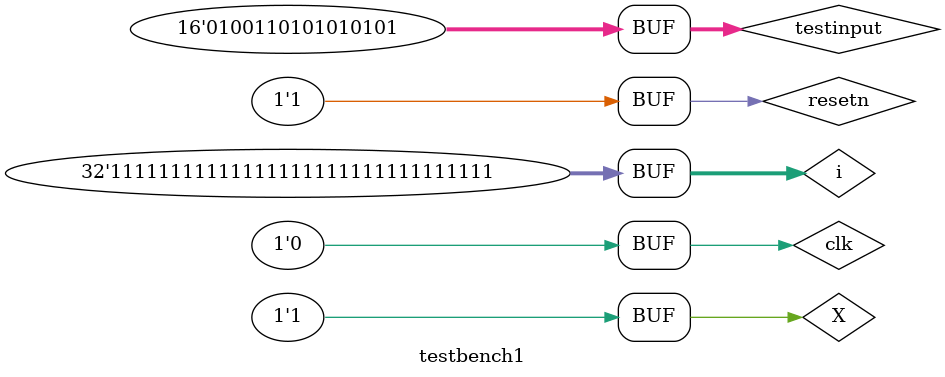
<source format=v>
module testbench1();
reg X, clk, resetn;
wire Y;
wire [2:0] m1cs, m1ns, m2cs, m2ns;
reg [15:0] testinput;
integer i;
comp2gen ut(.X(X),.clk(clk),.resetn(resetn),.Y(Y), .m1cs(m1cs), .m1ns(m1ns), .m2cs(m2cs), .m2ns(m2ns));
initial
begin
	X=0; clk=1;
	resetn=1; #1; resetn=0; #1; resetn=1;
	testinput = 16'b0100110101010101; 
	for( i=15; i>=0; i=i-1)begin
		X = testinput[i];
		clk =1; #20; 
clk =0; #20;		
	end
end
endmodule

</source>
